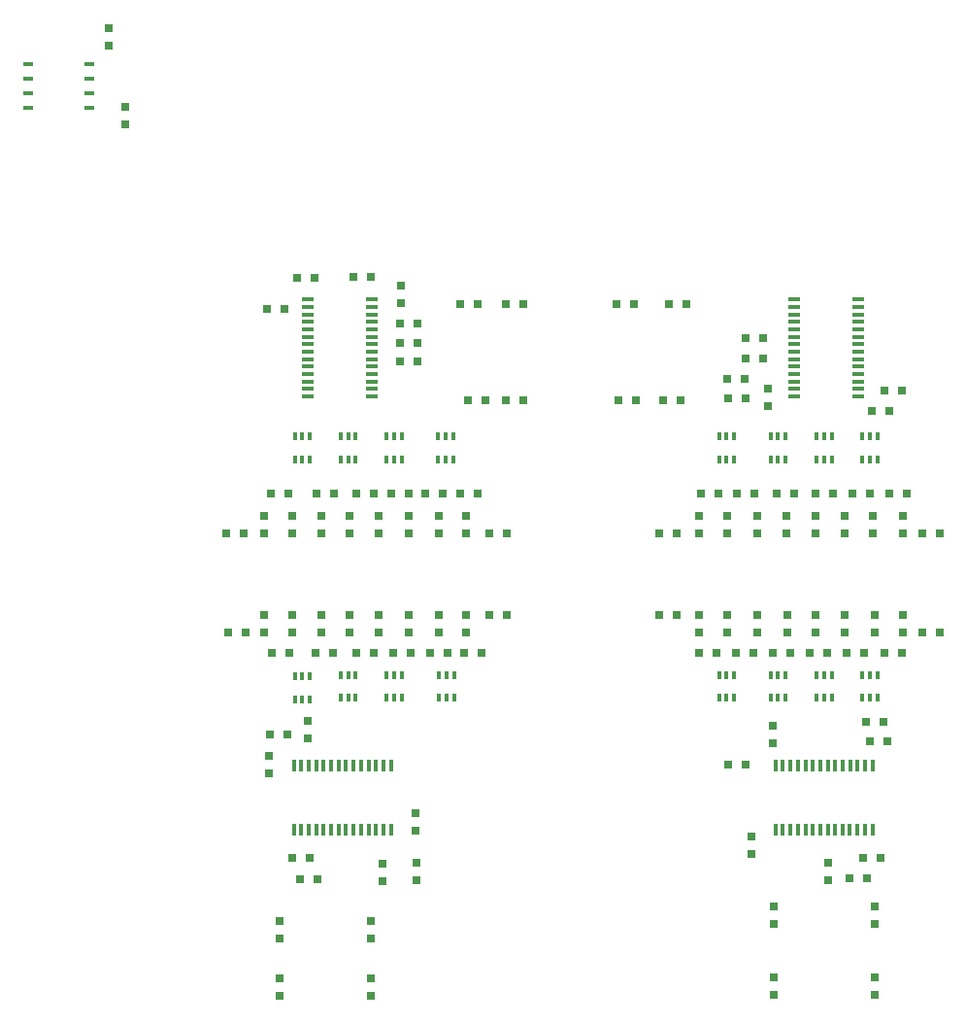
<source format=gtp>
G04 (created by PCBNEW (2013-05-09 BZR 4147)-testing) date 20/07/2013 09:35:41*
%MOIN*%
G04 Gerber Fmt 3.4, Leading zero omitted, Abs format*
%FSLAX34Y34*%
G01*
G70*
G90*
G04 APERTURE LIST*
%ADD10C,0.005906*%
%ADD11R,0.025840X0.025840*%
%ADD12R,0.034200X0.015200*%
%ADD13R,0.044004X0.012540*%
%ADD14R,0.012540X0.044004*%
%ADD15R,0.013680X0.029640*%
G04 APERTURE END LIST*
G54D10*
G54D11*
X40329Y-29685D03*
X40929Y-29685D03*
X41353Y-28622D03*
X41953Y-28622D03*
X44921Y-29473D03*
X44921Y-28873D03*
X41732Y-43833D03*
X41732Y-44433D03*
X43882Y-28582D03*
X43282Y-28582D03*
X41471Y-49251D03*
X42071Y-49251D03*
X41796Y-48503D03*
X41196Y-48503D03*
X41008Y-44291D03*
X40408Y-44291D03*
X44896Y-30196D03*
X45496Y-30196D03*
X40393Y-45614D03*
X40393Y-45014D03*
X34881Y-20654D03*
X34881Y-20054D03*
X35456Y-23355D03*
X35456Y-22755D03*
X45496Y-30866D03*
X44896Y-30866D03*
X45472Y-49276D03*
X45472Y-48676D03*
X45433Y-47583D03*
X45433Y-46983D03*
X45496Y-31496D03*
X44896Y-31496D03*
X47544Y-29527D03*
X46944Y-29527D03*
G54D12*
X34219Y-21297D03*
X32119Y-21297D03*
X34219Y-21797D03*
X34219Y-22297D03*
X34219Y-22797D03*
X32119Y-21797D03*
X32119Y-22297D03*
X32119Y-22797D03*
G54D13*
X41732Y-30895D03*
X41732Y-31151D03*
X41732Y-31407D03*
X41732Y-31663D03*
X43934Y-30131D03*
X41732Y-30127D03*
X41732Y-30383D03*
X41732Y-30639D03*
X43936Y-31919D03*
X43936Y-31663D03*
X43936Y-31407D03*
X43936Y-31151D03*
X43936Y-30895D03*
X43936Y-30639D03*
X41732Y-31919D03*
X43934Y-30383D03*
X41732Y-29871D03*
X41732Y-32175D03*
X43936Y-32175D03*
X43936Y-29871D03*
X41732Y-29616D03*
X41732Y-32430D03*
X43936Y-32430D03*
X43936Y-29616D03*
X41732Y-29360D03*
X41732Y-32686D03*
X43936Y-32686D03*
X43936Y-29360D03*
G54D14*
X42785Y-47558D03*
X43041Y-47558D03*
X43297Y-47558D03*
X43553Y-47558D03*
X42021Y-45356D03*
X42017Y-47558D03*
X42273Y-47558D03*
X42529Y-47558D03*
X43809Y-45354D03*
X43553Y-45354D03*
X43297Y-45354D03*
X43041Y-45354D03*
X42785Y-45354D03*
X42529Y-45354D03*
X43809Y-47558D03*
X42273Y-45356D03*
X41761Y-47558D03*
X44065Y-47558D03*
X44065Y-45354D03*
X41761Y-45354D03*
X41506Y-47558D03*
X44320Y-47558D03*
X44320Y-45354D03*
X41506Y-45354D03*
X41250Y-47558D03*
X44576Y-47558D03*
X44576Y-45354D03*
X41250Y-45354D03*
G54D11*
X49118Y-29527D03*
X48518Y-29527D03*
X47819Y-32834D03*
X47219Y-32834D03*
X49118Y-32834D03*
X48518Y-32834D03*
X40748Y-52652D03*
X40748Y-53252D03*
X40748Y-50684D03*
X40748Y-51284D03*
X44291Y-49315D03*
X44291Y-48715D03*
X43897Y-52652D03*
X43897Y-53252D03*
X43897Y-50684D03*
X43897Y-51284D03*
X42204Y-36786D03*
X42204Y-37386D03*
X45196Y-36786D03*
X45196Y-37386D03*
X41181Y-36786D03*
X41181Y-37386D03*
X44173Y-36786D03*
X44173Y-37386D03*
X43149Y-36786D03*
X43149Y-37386D03*
X47165Y-36786D03*
X47165Y-37386D03*
X40236Y-36786D03*
X40236Y-37386D03*
X46220Y-36786D03*
X46220Y-37386D03*
X41181Y-40772D03*
X41181Y-40172D03*
X45196Y-40772D03*
X45196Y-40172D03*
X42204Y-40772D03*
X42204Y-40172D03*
X44173Y-40772D03*
X44173Y-40172D03*
X43149Y-40772D03*
X43149Y-40172D03*
X47165Y-40772D03*
X47165Y-40172D03*
X40236Y-40772D03*
X40236Y-40172D03*
X46220Y-40772D03*
X46220Y-40172D03*
X42022Y-36023D03*
X42622Y-36023D03*
X46362Y-36023D03*
X45762Y-36023D03*
X40448Y-36023D03*
X41048Y-36023D03*
X45181Y-36023D03*
X44581Y-36023D03*
X43400Y-36023D03*
X44000Y-36023D03*
X48567Y-37401D03*
X47967Y-37401D03*
X38912Y-37401D03*
X39512Y-37401D03*
X47544Y-36023D03*
X46944Y-36023D03*
X40487Y-41496D03*
X41087Y-41496D03*
X46520Y-41496D03*
X45920Y-41496D03*
X42583Y-41496D03*
X41983Y-41496D03*
X45260Y-41496D03*
X44660Y-41496D03*
X44000Y-41496D03*
X43400Y-41496D03*
X48567Y-40196D03*
X47967Y-40196D03*
X39591Y-40787D03*
X38991Y-40787D03*
X47701Y-41496D03*
X47101Y-41496D03*
G54D15*
X41275Y-34843D03*
X41535Y-34843D03*
X41795Y-34843D03*
X41795Y-34053D03*
X41535Y-34053D03*
X41275Y-34053D03*
X44945Y-34053D03*
X44685Y-34053D03*
X44425Y-34053D03*
X44425Y-34843D03*
X44685Y-34843D03*
X44945Y-34843D03*
X42850Y-34843D03*
X43110Y-34843D03*
X43370Y-34843D03*
X43370Y-34053D03*
X43110Y-34053D03*
X42850Y-34053D03*
X46716Y-34053D03*
X46456Y-34053D03*
X46196Y-34053D03*
X46196Y-34843D03*
X46456Y-34843D03*
X46716Y-34843D03*
X41275Y-43072D03*
X41535Y-43072D03*
X41795Y-43072D03*
X41795Y-42282D03*
X41535Y-42282D03*
X41275Y-42282D03*
X44945Y-42242D03*
X44685Y-42242D03*
X44425Y-42242D03*
X44425Y-43032D03*
X44685Y-43032D03*
X44945Y-43032D03*
X42850Y-43032D03*
X43110Y-43032D03*
X43370Y-43032D03*
X43370Y-42242D03*
X43110Y-42242D03*
X42850Y-42242D03*
X46756Y-42242D03*
X46496Y-42242D03*
X46236Y-42242D03*
X46236Y-43032D03*
X46496Y-43032D03*
X46756Y-43032D03*
G54D11*
X62111Y-32480D03*
X61511Y-32480D03*
X61677Y-33188D03*
X61077Y-33188D03*
X56156Y-32755D03*
X56756Y-32755D03*
X56117Y-32086D03*
X56717Y-32086D03*
X57519Y-33016D03*
X57519Y-32416D03*
X61481Y-43858D03*
X60881Y-43858D03*
X61038Y-44527D03*
X61638Y-44527D03*
X60929Y-49212D03*
X60329Y-49212D03*
X59590Y-49272D03*
X59590Y-48672D03*
X60802Y-48503D03*
X61402Y-48503D03*
X57165Y-36786D03*
X57165Y-37386D03*
X60157Y-36786D03*
X60157Y-37386D03*
X56141Y-36786D03*
X56141Y-37386D03*
X59173Y-36786D03*
X59173Y-37386D03*
X58149Y-36786D03*
X58149Y-37386D03*
X62165Y-36786D03*
X62165Y-37386D03*
X55157Y-36786D03*
X55157Y-37386D03*
X61141Y-36786D03*
X61141Y-37386D03*
X56141Y-40772D03*
X56141Y-40172D03*
X60157Y-40772D03*
X60157Y-40172D03*
X57165Y-40772D03*
X57165Y-40172D03*
X59173Y-40772D03*
X59173Y-40172D03*
X58188Y-40772D03*
X58188Y-40172D03*
X62165Y-40772D03*
X62165Y-40172D03*
X55157Y-40772D03*
X55157Y-40172D03*
X61181Y-40772D03*
X61181Y-40172D03*
G54D15*
X55842Y-34843D03*
X56102Y-34843D03*
X56362Y-34843D03*
X56362Y-34053D03*
X56102Y-34053D03*
X55842Y-34053D03*
X59708Y-34053D03*
X59448Y-34053D03*
X59188Y-34053D03*
X59188Y-34843D03*
X59448Y-34843D03*
X59708Y-34843D03*
X57614Y-34843D03*
X57874Y-34843D03*
X58134Y-34843D03*
X58134Y-34053D03*
X57874Y-34053D03*
X57614Y-34053D03*
X61283Y-34053D03*
X61023Y-34053D03*
X60763Y-34053D03*
X60763Y-34843D03*
X61023Y-34843D03*
X61283Y-34843D03*
X55842Y-43032D03*
X56102Y-43032D03*
X56362Y-43032D03*
X56362Y-42242D03*
X56102Y-42242D03*
X55842Y-42242D03*
X59708Y-42242D03*
X59448Y-42242D03*
X59188Y-42242D03*
X59188Y-43032D03*
X59448Y-43032D03*
X59708Y-43032D03*
X57614Y-43032D03*
X57874Y-43032D03*
X58134Y-43032D03*
X58134Y-42242D03*
X57874Y-42242D03*
X57614Y-42242D03*
X61283Y-42242D03*
X61023Y-42242D03*
X60763Y-42242D03*
X60763Y-43032D03*
X61023Y-43032D03*
X61283Y-43032D03*
G54D11*
X56747Y-31377D03*
X57347Y-31377D03*
X56747Y-30669D03*
X57347Y-30669D03*
X53912Y-32834D03*
X54512Y-32834D03*
X52377Y-32834D03*
X52977Y-32834D03*
X54109Y-29527D03*
X54709Y-29527D03*
X52337Y-29527D03*
X52937Y-29527D03*
X61181Y-52613D03*
X61181Y-53213D03*
X61181Y-50172D03*
X61181Y-50772D03*
X56156Y-45314D03*
X56756Y-45314D03*
X57716Y-52613D03*
X57716Y-53213D03*
X57716Y-50172D03*
X57716Y-50772D03*
X57677Y-43991D03*
X57677Y-44591D03*
X56968Y-48370D03*
X56968Y-47770D03*
X56471Y-36023D03*
X57071Y-36023D03*
X61008Y-36023D03*
X60408Y-36023D03*
X55211Y-36023D03*
X55811Y-36023D03*
X59748Y-36023D03*
X59148Y-36023D03*
X57810Y-36023D03*
X58410Y-36023D03*
X63410Y-37401D03*
X62810Y-37401D03*
X53794Y-37401D03*
X54394Y-37401D03*
X62307Y-36023D03*
X61707Y-36023D03*
X55172Y-41496D03*
X55772Y-41496D03*
X60811Y-41496D03*
X60211Y-41496D03*
X57032Y-41496D03*
X56432Y-41496D03*
X59551Y-41496D03*
X58951Y-41496D03*
X58292Y-41496D03*
X57692Y-41496D03*
X63410Y-40787D03*
X62810Y-40787D03*
X53794Y-40196D03*
X54394Y-40196D03*
X62111Y-41496D03*
X61511Y-41496D03*
G54D13*
X60629Y-31151D03*
X60629Y-30895D03*
X60629Y-30639D03*
X60629Y-30383D03*
X58427Y-31915D03*
X60629Y-31919D03*
X60629Y-31663D03*
X60629Y-31407D03*
X58425Y-30127D03*
X58425Y-30383D03*
X58425Y-30639D03*
X58425Y-30895D03*
X58425Y-31151D03*
X58425Y-31407D03*
X60629Y-30127D03*
X58427Y-31663D03*
X60629Y-32175D03*
X60629Y-29871D03*
X58425Y-29871D03*
X58425Y-32175D03*
X60629Y-32430D03*
X60629Y-29616D03*
X58425Y-29616D03*
X58425Y-32430D03*
X60629Y-32686D03*
X60629Y-29360D03*
X58425Y-29360D03*
X58425Y-32686D03*
G54D14*
X59576Y-45354D03*
X59320Y-45354D03*
X59064Y-45354D03*
X58808Y-45354D03*
X60340Y-47556D03*
X60344Y-45354D03*
X60088Y-45354D03*
X59832Y-45354D03*
X58552Y-47558D03*
X58808Y-47558D03*
X59064Y-47558D03*
X59320Y-47558D03*
X59576Y-47558D03*
X59832Y-47558D03*
X58552Y-45354D03*
X60088Y-47556D03*
X60600Y-45354D03*
X58296Y-45354D03*
X58296Y-47558D03*
X60600Y-47558D03*
X60855Y-45354D03*
X58041Y-45354D03*
X58041Y-47558D03*
X60855Y-47558D03*
X61111Y-45354D03*
X57785Y-45354D03*
X57785Y-47558D03*
X61111Y-47558D03*
M02*

</source>
